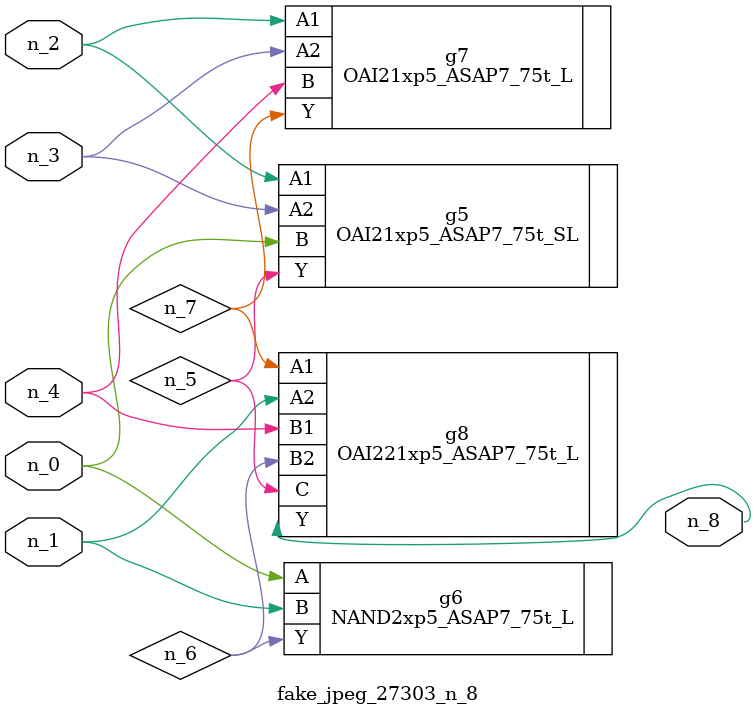
<source format=v>
module fake_jpeg_27303_n_8 (n_3, n_2, n_1, n_0, n_4, n_8);

input n_3;
input n_2;
input n_1;
input n_0;
input n_4;

output n_8;

wire n_6;
wire n_5;
wire n_7;

OAI21xp5_ASAP7_75t_SL g5 ( 
.A1(n_2),
.A2(n_3),
.B(n_0),
.Y(n_5)
);

NAND2xp5_ASAP7_75t_L g6 ( 
.A(n_0),
.B(n_1),
.Y(n_6)
);

OAI21xp5_ASAP7_75t_L g7 ( 
.A1(n_2),
.A2(n_3),
.B(n_4),
.Y(n_7)
);

OAI221xp5_ASAP7_75t_L g8 ( 
.A1(n_7),
.A2(n_1),
.B1(n_4),
.B2(n_6),
.C(n_5),
.Y(n_8)
);


endmodule
</source>
